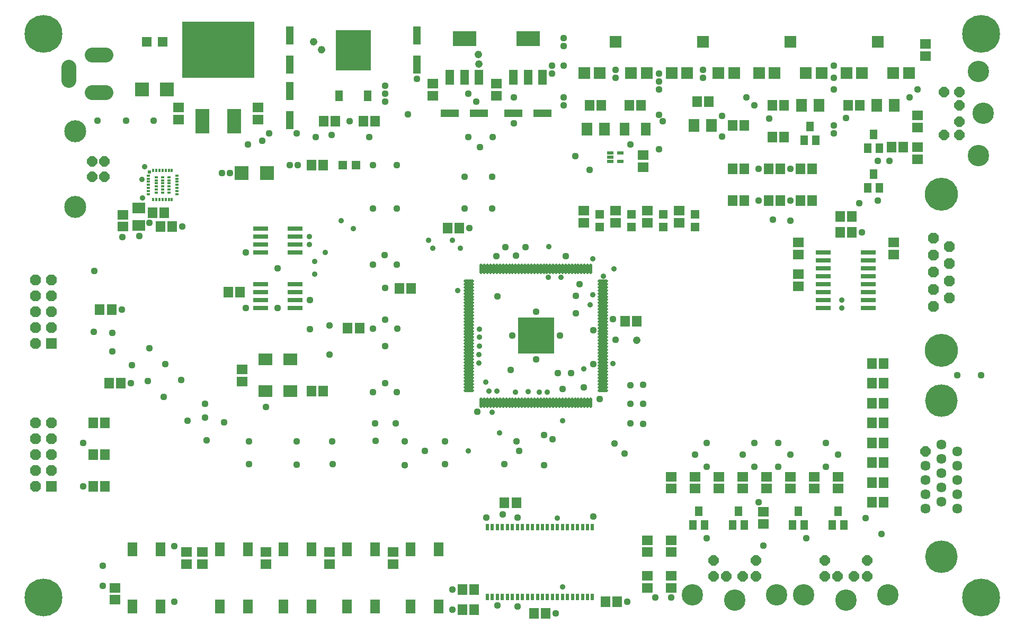
<source format=gts>
G75*
%MOIN*%
%OFA0B0*%
%FSLAX24Y24*%
%IPPOS*%
%LPD*%
%AMOC8*
5,1,8,0,0,1.08239X$1,22.5*
%
%ADD10R,0.0730X0.0730*%
%ADD11R,0.0237X0.0434*%
%ADD12OC8,0.0654*%
%ADD13C,0.1386*%
%ADD14C,0.0940*%
%ADD15OC8,0.0634*%
%ADD16C,0.1346*%
%ADD17C,0.0634*%
%ADD18C,0.2049*%
%ADD19OC8,0.0680*%
%ADD20C,0.2080*%
%ADD21C,0.0198*%
%ADD22R,0.2265X0.2265*%
%ADD23R,0.0236X0.0118*%
%ADD24R,0.0118X0.0236*%
%ADD25R,0.0197X0.0197*%
%ADD26R,0.0900X0.1580*%
%ADD27R,0.4580X0.3580*%
%ADD28R,0.0595X0.0595*%
%ADD29R,0.0474X0.1182*%
%ADD30R,0.0867X0.0867*%
%ADD31R,0.2206X0.2521*%
%ADD32R,0.0474X0.0710*%
%ADD33R,0.0671X0.0592*%
%ADD34R,0.0592X0.0671*%
%ADD35R,0.0560X0.0960*%
%ADD36R,0.1497X0.0946*%
%ADD37R,0.1182X0.0474*%
%ADD38R,0.0789X0.0710*%
%ADD39R,0.0474X0.0631*%
%ADD40R,0.0434X0.0237*%
%ADD41R,0.0631X0.0789*%
%ADD42R,0.0710X0.0789*%
%ADD43R,0.0946X0.0316*%
%ADD44R,0.0867X0.0781*%
%ADD45R,0.0680X0.0680*%
%ADD46R,0.0631X0.0907*%
%ADD47C,0.2380*%
%ADD48R,0.0552X0.0552*%
%ADD49C,0.0476*%
%ADD50C,0.0437*%
%ADD51C,0.0358*%
D10*
X036178Y035531D03*
X037162Y035531D03*
X039130Y035531D03*
X040115Y035531D03*
X041678Y035531D03*
X042662Y035531D03*
X044630Y035531D03*
X045615Y035531D03*
X047178Y035531D03*
X048162Y035531D03*
X050130Y035531D03*
X051115Y035531D03*
X052678Y035531D03*
X053662Y035531D03*
X055630Y035531D03*
X056615Y035531D03*
X054646Y037500D03*
X049146Y037500D03*
X043646Y037500D03*
X038146Y037500D03*
D11*
X036703Y006955D03*
X036388Y006955D03*
X036073Y006955D03*
X035758Y006955D03*
X035443Y006955D03*
X035128Y006955D03*
X034813Y006955D03*
X034498Y006955D03*
X034183Y006955D03*
X033869Y006955D03*
X033554Y006955D03*
X033239Y006955D03*
X032924Y006955D03*
X032609Y006955D03*
X032294Y006955D03*
X031979Y006955D03*
X031664Y006955D03*
X031349Y006955D03*
X031034Y006955D03*
X030719Y006955D03*
X030404Y006955D03*
X030089Y006955D03*
X030089Y002545D03*
X030404Y002545D03*
X030719Y002545D03*
X031034Y002545D03*
X031349Y002545D03*
X031664Y002545D03*
X031979Y002545D03*
X032294Y002545D03*
X032609Y002545D03*
X032924Y002545D03*
X033239Y002545D03*
X033554Y002545D03*
X033869Y002545D03*
X034183Y002545D03*
X034498Y002545D03*
X034813Y002545D03*
X035128Y002545D03*
X035443Y002545D03*
X035758Y002545D03*
X036073Y002545D03*
X036388Y002545D03*
X036703Y002545D03*
D12*
X006000Y029008D03*
X005213Y029008D03*
X005213Y029992D03*
X006000Y029992D03*
D13*
X004146Y031870D03*
X004146Y027130D03*
D14*
X005216Y034319D02*
X006076Y034319D01*
X003756Y035070D02*
X003756Y035930D01*
X005216Y036681D02*
X006076Y036681D01*
D15*
X057646Y011704D03*
X053985Y004831D03*
X053985Y003846D03*
X053158Y003846D03*
X052134Y003846D03*
X051307Y003846D03*
X051307Y004831D03*
X046985Y004831D03*
X046985Y003846D03*
X046158Y003846D03*
X045134Y003846D03*
X044307Y003846D03*
X044307Y004831D03*
X058815Y031661D03*
X059800Y031661D03*
X059800Y032488D03*
X059800Y033512D03*
X059800Y034339D03*
X058815Y034339D03*
D16*
X060981Y035657D03*
X061296Y033000D03*
X060981Y030343D03*
X055304Y002665D03*
X052646Y002350D03*
X049989Y002665D03*
X048304Y002665D03*
X045646Y002350D03*
X042989Y002665D03*
D17*
X057646Y008104D03*
X057646Y009004D03*
X057646Y009904D03*
X058646Y009454D03*
X059646Y009004D03*
X058646Y008554D03*
X059646Y008104D03*
X059646Y009904D03*
X058646Y010354D03*
X057646Y010804D03*
X058646Y011254D03*
X059646Y010804D03*
X059646Y011704D03*
X058646Y012154D03*
D18*
X058646Y014921D03*
X058646Y005079D03*
D19*
X058146Y020840D03*
X059146Y021380D03*
X058146Y021920D03*
X059146Y022460D03*
X058146Y023000D03*
X059146Y023540D03*
X058146Y024080D03*
X059146Y024620D03*
X058146Y025160D03*
X002646Y022500D03*
X001646Y022500D03*
X001646Y021500D03*
X001646Y020500D03*
X002646Y020500D03*
X002646Y021500D03*
X002646Y019500D03*
X001646Y019500D03*
X001646Y018500D03*
X001646Y013500D03*
X001646Y012500D03*
X002646Y012500D03*
X002646Y013500D03*
X002646Y011500D03*
X001646Y011500D03*
X001646Y010500D03*
X002646Y010500D03*
X001646Y009500D03*
D20*
X058646Y018070D03*
X058646Y027930D03*
D21*
X037595Y022445D02*
X037123Y022445D01*
X037123Y022248D02*
X037595Y022248D01*
X037595Y022051D02*
X037123Y022051D01*
X037123Y021854D02*
X037595Y021854D01*
X037595Y021657D02*
X037123Y021657D01*
X037123Y021461D02*
X037595Y021461D01*
X037595Y021264D02*
X037123Y021264D01*
X037123Y021067D02*
X037595Y021067D01*
X037595Y020870D02*
X037123Y020870D01*
X037123Y020673D02*
X037595Y020673D01*
X037595Y020476D02*
X037123Y020476D01*
X037123Y020280D02*
X037595Y020280D01*
X037595Y020083D02*
X037123Y020083D01*
X037123Y019886D02*
X037595Y019886D01*
X037595Y019689D02*
X037123Y019689D01*
X037123Y019492D02*
X037595Y019492D01*
X037595Y019295D02*
X037123Y019295D01*
X037123Y019098D02*
X037595Y019098D01*
X037595Y018902D02*
X037123Y018902D01*
X037123Y018705D02*
X037595Y018705D01*
X037595Y018508D02*
X037123Y018508D01*
X037123Y018311D02*
X037595Y018311D01*
X037595Y018114D02*
X037123Y018114D01*
X037123Y017917D02*
X037595Y017917D01*
X037595Y017720D02*
X037123Y017720D01*
X037123Y017524D02*
X037595Y017524D01*
X037595Y017327D02*
X037123Y017327D01*
X037123Y017130D02*
X037595Y017130D01*
X037595Y016933D02*
X037123Y016933D01*
X037123Y016736D02*
X037595Y016736D01*
X037595Y016539D02*
X037123Y016539D01*
X037123Y016343D02*
X037595Y016343D01*
X037595Y016146D02*
X037123Y016146D01*
X037123Y015949D02*
X037595Y015949D01*
X037595Y015752D02*
X037123Y015752D01*
X037123Y015555D02*
X037595Y015555D01*
X036591Y015023D02*
X036591Y014551D01*
X036394Y014551D02*
X036394Y015023D01*
X036197Y015023D02*
X036197Y014551D01*
X036000Y014551D02*
X036000Y015023D01*
X035804Y015023D02*
X035804Y014551D01*
X035607Y014551D02*
X035607Y015023D01*
X035410Y015023D02*
X035410Y014551D01*
X035213Y014551D02*
X035213Y015023D01*
X035016Y015023D02*
X035016Y014551D01*
X034819Y014551D02*
X034819Y015023D01*
X034622Y015023D02*
X034622Y014551D01*
X034426Y014551D02*
X034426Y015023D01*
X034229Y015023D02*
X034229Y014551D01*
X034032Y014551D02*
X034032Y015023D01*
X033835Y015023D02*
X033835Y014551D01*
X033638Y014551D02*
X033638Y015023D01*
X033441Y015023D02*
X033441Y014551D01*
X033244Y014551D02*
X033244Y015023D01*
X033048Y015023D02*
X033048Y014551D01*
X032851Y014551D02*
X032851Y015023D01*
X032654Y015023D02*
X032654Y014551D01*
X032457Y014551D02*
X032457Y015023D01*
X032260Y015023D02*
X032260Y014551D01*
X032063Y014551D02*
X032063Y015023D01*
X031867Y015023D02*
X031867Y014551D01*
X031670Y014551D02*
X031670Y015023D01*
X031473Y015023D02*
X031473Y014551D01*
X031276Y014551D02*
X031276Y015023D01*
X031079Y015023D02*
X031079Y014551D01*
X030882Y014551D02*
X030882Y015023D01*
X030685Y015023D02*
X030685Y014551D01*
X030489Y014551D02*
X030489Y015023D01*
X030292Y015023D02*
X030292Y014551D01*
X030095Y014551D02*
X030095Y015023D01*
X029898Y015023D02*
X029898Y014551D01*
X029701Y014551D02*
X029701Y015023D01*
X029169Y015555D02*
X028697Y015555D01*
X028697Y015752D02*
X029169Y015752D01*
X029169Y015949D02*
X028697Y015949D01*
X028697Y016146D02*
X029169Y016146D01*
X029169Y016343D02*
X028697Y016343D01*
X028697Y016539D02*
X029169Y016539D01*
X029169Y016736D02*
X028697Y016736D01*
X028697Y016933D02*
X029169Y016933D01*
X029169Y017130D02*
X028697Y017130D01*
X028697Y017327D02*
X029169Y017327D01*
X029169Y017524D02*
X028697Y017524D01*
X028697Y017720D02*
X029169Y017720D01*
X029169Y017917D02*
X028697Y017917D01*
X028697Y018114D02*
X029169Y018114D01*
X029169Y018311D02*
X028697Y018311D01*
X028697Y018508D02*
X029169Y018508D01*
X029169Y018705D02*
X028697Y018705D01*
X028697Y018902D02*
X029169Y018902D01*
X029169Y019098D02*
X028697Y019098D01*
X028697Y019295D02*
X029169Y019295D01*
X029169Y019492D02*
X028697Y019492D01*
X028697Y019689D02*
X029169Y019689D01*
X029169Y019886D02*
X028697Y019886D01*
X028697Y020083D02*
X029169Y020083D01*
X029169Y020280D02*
X028697Y020280D01*
X028697Y020476D02*
X029169Y020476D01*
X029169Y020673D02*
X028697Y020673D01*
X028697Y020870D02*
X029169Y020870D01*
X029169Y021067D02*
X028697Y021067D01*
X028697Y021264D02*
X029169Y021264D01*
X029169Y021461D02*
X028697Y021461D01*
X028697Y021657D02*
X029169Y021657D01*
X029169Y021854D02*
X028697Y021854D01*
X028697Y022051D02*
X029169Y022051D01*
X029169Y022248D02*
X028697Y022248D01*
X028697Y022445D02*
X029169Y022445D01*
X029701Y022977D02*
X029701Y023449D01*
X029898Y023449D02*
X029898Y022977D01*
X030095Y022977D02*
X030095Y023449D01*
X030292Y023449D02*
X030292Y022977D01*
X030489Y022977D02*
X030489Y023449D01*
X030685Y023449D02*
X030685Y022977D01*
X030882Y022977D02*
X030882Y023449D01*
X031079Y023449D02*
X031079Y022977D01*
X031276Y022977D02*
X031276Y023449D01*
X031473Y023449D02*
X031473Y022977D01*
X031670Y022977D02*
X031670Y023449D01*
X031867Y023449D02*
X031867Y022977D01*
X032063Y022977D02*
X032063Y023449D01*
X032260Y023449D02*
X032260Y022977D01*
X032457Y022977D02*
X032457Y023449D01*
X032654Y023449D02*
X032654Y022977D01*
X032851Y022977D02*
X032851Y023449D01*
X033048Y023449D02*
X033048Y022977D01*
X033244Y022977D02*
X033244Y023449D01*
X033441Y023449D02*
X033441Y022977D01*
X033638Y022977D02*
X033638Y023449D01*
X033835Y023449D02*
X033835Y022977D01*
X034032Y022977D02*
X034032Y023449D01*
X034229Y023449D02*
X034229Y022977D01*
X034426Y022977D02*
X034426Y023449D01*
X034622Y023449D02*
X034622Y022977D01*
X034819Y022977D02*
X034819Y023449D01*
X035016Y023449D02*
X035016Y022977D01*
X035213Y022977D02*
X035213Y023449D01*
X035410Y023449D02*
X035410Y022977D01*
X035607Y022977D02*
X035607Y023449D01*
X035804Y023449D02*
X035804Y022977D01*
X036000Y022977D02*
X036000Y023449D01*
X036197Y023449D02*
X036197Y022977D01*
X036394Y022977D02*
X036394Y023449D01*
X036591Y023449D02*
X036591Y022977D01*
D22*
X033146Y019000D03*
D23*
X010552Y027909D03*
X010552Y028106D03*
X010552Y028303D03*
X010552Y028500D03*
X010552Y028697D03*
X010552Y028894D03*
X010552Y029091D03*
X010040Y028992D03*
X010040Y028795D03*
X010040Y028598D03*
X010040Y028402D03*
X010040Y028205D03*
X010040Y028008D03*
X009646Y028008D03*
X009646Y028205D03*
X009646Y028402D03*
X009646Y028598D03*
X009646Y028795D03*
X009646Y028992D03*
X009252Y028992D03*
X009252Y028795D03*
X009252Y028598D03*
X009252Y028402D03*
X009252Y028205D03*
X009252Y028008D03*
X008741Y028106D03*
X008741Y027909D03*
X008741Y028303D03*
X008741Y028500D03*
X008741Y028697D03*
X008741Y028894D03*
X008741Y029091D03*
D24*
X009056Y029406D03*
X009252Y029406D03*
X009449Y029406D03*
X009646Y029406D03*
X009843Y029406D03*
X010040Y029406D03*
X010237Y029406D03*
X010237Y027594D03*
X010040Y027594D03*
X009843Y027594D03*
X009646Y027594D03*
X009449Y027594D03*
X009252Y027594D03*
X009056Y027594D03*
D25*
X008818Y029328D03*
D26*
X012146Y032500D03*
X014146Y032500D03*
D27*
X013146Y037000D03*
D28*
X009638Y037500D03*
X008654Y037500D03*
D29*
X017646Y037925D03*
X017646Y036075D03*
X017646Y034425D03*
X017646Y032575D03*
X025646Y036075D03*
X025646Y037925D03*
D30*
X016209Y029250D03*
X014634Y029250D03*
X009933Y034500D03*
X008359Y034500D03*
D31*
X021646Y036984D03*
D32*
X020748Y034110D03*
X022544Y034110D03*
D33*
X026646Y034126D03*
X026646Y034874D03*
X030646Y034874D03*
X030646Y034126D03*
X039896Y030374D03*
X039896Y029626D03*
X040146Y026874D03*
X040146Y026126D03*
X038146Y026126D03*
X038146Y026874D03*
X036146Y026874D03*
X036146Y026126D03*
X042146Y026126D03*
X042146Y026874D03*
X049646Y024874D03*
X049646Y024126D03*
X049646Y022874D03*
X049646Y022126D03*
X055646Y024126D03*
X055646Y024874D03*
X057146Y030126D03*
X057146Y030874D03*
X057146Y032126D03*
X057146Y032874D03*
X057646Y036626D03*
X057646Y037374D03*
X015646Y033374D03*
X015646Y032626D03*
X010646Y032626D03*
X010646Y033374D03*
X007146Y026624D03*
X007146Y025876D03*
X014646Y016874D03*
X014646Y016126D03*
X016146Y005374D03*
X016146Y004626D03*
X012146Y004626D03*
X012146Y005374D03*
X011146Y005374D03*
X011146Y004626D03*
X006646Y003124D03*
X006646Y002376D03*
X020146Y004626D03*
X020146Y005374D03*
X024146Y005374D03*
X024146Y004626D03*
X040146Y005376D03*
X040146Y006124D03*
X041646Y006124D03*
X041646Y005376D03*
X041646Y003874D03*
X041646Y003126D03*
X040146Y003126D03*
X040146Y003874D03*
X047463Y007161D03*
X047463Y007909D03*
X047646Y009376D03*
X047646Y010124D03*
X046146Y010124D03*
X046146Y009376D03*
X044646Y009376D03*
X044646Y010124D03*
X043146Y010124D03*
X043146Y009376D03*
X041646Y009376D03*
X041646Y010124D03*
X049146Y010124D03*
X049146Y009376D03*
X050646Y009376D03*
X050646Y010124D03*
X052146Y010124D03*
X052146Y009376D03*
D34*
X054272Y009750D03*
X055020Y009750D03*
X055020Y008500D03*
X054272Y008500D03*
X054272Y011000D03*
X055020Y011000D03*
X055020Y012250D03*
X054272Y012250D03*
X054272Y013500D03*
X055020Y013500D03*
X055020Y014750D03*
X054272Y014750D03*
X054272Y016000D03*
X055020Y016000D03*
X055020Y017250D03*
X054272Y017250D03*
X053020Y025500D03*
X052272Y025500D03*
X052272Y026500D03*
X053020Y026500D03*
X050520Y027500D03*
X049772Y027500D03*
X048520Y027500D03*
X047772Y027500D03*
X046270Y027500D03*
X045522Y027500D03*
X045522Y029500D03*
X046270Y029500D03*
X047772Y029500D03*
X048520Y029500D03*
X049772Y029500D03*
X050520Y029500D03*
X048770Y031500D03*
X048022Y031500D03*
X046270Y032250D03*
X045522Y032250D03*
X048022Y033500D03*
X048770Y033500D03*
X052772Y033500D03*
X053520Y033500D03*
X055516Y030886D03*
X056264Y030886D03*
X044020Y033750D03*
X043272Y033750D03*
X039770Y033500D03*
X039022Y033500D03*
X037270Y033500D03*
X036522Y033500D03*
X028323Y025776D03*
X027575Y025776D03*
X025298Y021994D03*
X024550Y021994D03*
X022048Y019488D03*
X021300Y019488D03*
X019770Y015500D03*
X019022Y015500D03*
X014520Y021750D03*
X013772Y021750D03*
X010270Y025888D03*
X009522Y025888D03*
X009770Y026750D03*
X009022Y026750D03*
X006447Y020634D03*
X005699Y020634D03*
X006272Y016000D03*
X007020Y016000D03*
X006020Y013500D03*
X005272Y013500D03*
X005272Y011500D03*
X006020Y011500D03*
X006020Y009500D03*
X005272Y009500D03*
X028522Y003000D03*
X029270Y003000D03*
X029270Y001750D03*
X028522Y001750D03*
X033022Y001500D03*
X033770Y001500D03*
X037522Y002250D03*
X038270Y002250D03*
X031916Y008470D03*
X031168Y008470D03*
X038752Y019913D03*
X039500Y019913D03*
X019770Y029750D03*
X019022Y029750D03*
X019772Y032500D03*
X020520Y032500D03*
X022272Y032500D03*
X023020Y032500D03*
D35*
X027736Y035280D03*
X028646Y035280D03*
X029556Y035280D03*
X031736Y035280D03*
X032646Y035280D03*
X033556Y035280D03*
D36*
X032646Y037720D03*
X028646Y037720D03*
D37*
X027721Y033000D03*
X029571Y033000D03*
X031721Y033000D03*
X033571Y033000D03*
D38*
X008146Y027051D03*
X008146Y025949D03*
D39*
X043396Y007933D03*
X043022Y007067D03*
X043770Y007067D03*
X045522Y007067D03*
X046270Y007067D03*
X045896Y007933D03*
X049272Y007067D03*
X050020Y007067D03*
X049646Y007933D03*
X051772Y007067D03*
X052520Y007067D03*
X052146Y007933D03*
X054022Y028317D03*
X054770Y028317D03*
X054396Y029183D03*
X054022Y030817D03*
X054770Y030817D03*
X054396Y031683D03*
X050770Y031317D03*
X050022Y031317D03*
X050396Y032183D03*
D40*
X038461Y030506D03*
X038461Y029994D03*
X037831Y029994D03*
X037831Y030250D03*
X037831Y030506D03*
D41*
X038727Y032000D03*
X040065Y032000D03*
D42*
X037447Y032000D03*
X036345Y032000D03*
X043095Y032250D03*
X044197Y032250D03*
X049845Y033500D03*
X050947Y033500D03*
X054595Y033500D03*
X055697Y033500D03*
D43*
X054063Y024250D03*
X054063Y023750D03*
X054063Y023250D03*
X054063Y022750D03*
X054063Y022250D03*
X054063Y021750D03*
X054063Y021250D03*
X054063Y020750D03*
X051229Y020750D03*
X051229Y021250D03*
X051229Y021750D03*
X051229Y022250D03*
X051229Y022750D03*
X051229Y023250D03*
X051229Y023750D03*
X051229Y024250D03*
X017979Y024250D03*
X017979Y024750D03*
X017979Y025250D03*
X017979Y025750D03*
X015813Y025750D03*
X015813Y025250D03*
X015813Y024750D03*
X015813Y024250D03*
X015813Y022250D03*
X015813Y021750D03*
X015813Y021250D03*
X015813Y020750D03*
X017979Y020750D03*
X017979Y021250D03*
X017979Y021750D03*
X017979Y022250D03*
D44*
X017683Y017500D03*
X016109Y017500D03*
X016109Y015500D03*
X017683Y015500D03*
D45*
X002646Y018500D03*
X002646Y009500D03*
D46*
X007760Y005541D03*
X009532Y005541D03*
X013260Y005541D03*
X015032Y005541D03*
X017260Y005541D03*
X019032Y005541D03*
X021260Y005541D03*
X023032Y005541D03*
X025260Y005541D03*
X027032Y005541D03*
X027032Y001959D03*
X025260Y001959D03*
X023032Y001959D03*
X021260Y001959D03*
X019032Y001959D03*
X017260Y001959D03*
X015032Y001959D03*
X013260Y001959D03*
X009532Y001959D03*
X007760Y001959D03*
D47*
X002146Y002500D03*
X002146Y038000D03*
X061146Y038000D03*
X061146Y002500D03*
D48*
X043146Y025837D03*
X043146Y026663D03*
X041146Y026663D03*
X041146Y025837D03*
X039146Y025837D03*
X039146Y026663D03*
X037146Y026663D03*
X037146Y025837D03*
X021809Y029750D03*
X020983Y029750D03*
D49*
X029556Y036130D03*
X029516Y036701D03*
X019646Y037000D03*
X019146Y037500D03*
X039477Y018728D03*
D50*
X038146Y018750D03*
X036741Y019358D03*
X037979Y020059D03*
X035658Y020402D03*
X035658Y021524D03*
X035896Y022250D03*
X033146Y020500D03*
X031646Y019000D03*
X033146Y017500D03*
X034516Y016642D03*
X035363Y016642D03*
X034811Y015632D03*
X036146Y015750D03*
X037146Y015000D03*
X039075Y014715D03*
X039898Y014711D03*
X039878Y015898D03*
X039075Y015886D03*
X036760Y017213D03*
X034646Y019000D03*
X031544Y016858D03*
X029461Y014205D03*
X027412Y012331D03*
X026146Y011750D03*
X024890Y012350D03*
X023040Y012390D03*
X023020Y013492D03*
X024306Y013484D03*
X024396Y015461D03*
X023646Y015998D03*
X022896Y015461D03*
X020166Y017821D03*
X018926Y019398D03*
X020166Y019634D03*
X018906Y021248D03*
X016896Y020750D03*
X014896Y020750D03*
X016896Y023250D03*
X014896Y024250D03*
X010874Y025874D03*
X008827Y026110D03*
X008178Y025283D03*
X007134Y025224D03*
X005343Y023094D03*
X007073Y020634D03*
X005337Y019250D03*
X006491Y019177D03*
X006496Y018020D03*
X007707Y017132D03*
X007646Y016000D03*
X008707Y016132D03*
X009707Y015132D03*
X010809Y016226D03*
X009809Y017226D03*
X008809Y018220D03*
X012309Y014726D03*
X012311Y013846D03*
X011207Y013632D03*
X012433Y012429D03*
X013526Y013533D03*
X015085Y012343D03*
X015091Y010907D03*
X018091Y010888D03*
X018085Y012343D03*
X020335Y012343D03*
X020361Y010907D03*
X024890Y010860D03*
X027412Y010900D03*
X031162Y010900D03*
X032075Y011740D03*
X031912Y012331D03*
X033646Y012750D03*
X034201Y012488D03*
X033646Y010837D03*
X038075Y012215D03*
X038717Y011587D03*
X039075Y013465D03*
X039878Y013457D03*
X043146Y011500D03*
X043896Y010750D03*
X043896Y012250D03*
X046146Y011500D03*
X046896Y010750D03*
X048396Y010750D03*
X049146Y011500D03*
X048396Y012250D03*
X046896Y012250D03*
X051396Y012250D03*
X052146Y011500D03*
X051396Y010750D03*
X047146Y008500D03*
X050146Y006250D03*
X047469Y005795D03*
X043896Y006250D03*
X041646Y002500D03*
X040646Y002500D03*
X038896Y002250D03*
X034396Y001500D03*
X031977Y001951D03*
X030725Y002000D03*
X027896Y001750D03*
X027896Y003000D03*
X030008Y007547D03*
X031050Y007742D03*
X031977Y007547D03*
X036760Y007606D03*
X023646Y018362D03*
X022876Y019461D03*
X023646Y020000D03*
X024416Y019461D03*
X023646Y022000D03*
X024376Y023494D03*
X023630Y024093D03*
X022876Y023494D03*
X022896Y027000D03*
X024396Y027000D03*
X028646Y027000D03*
X028945Y025776D03*
X030396Y027000D03*
X030396Y029000D03*
X028646Y029000D03*
X029634Y030874D03*
X030422Y031524D03*
X031741Y032370D03*
X029396Y033750D03*
X028896Y034250D03*
X031741Y034004D03*
X034146Y035500D03*
X034146Y036000D03*
X034896Y036000D03*
X034896Y037250D03*
X034896Y037750D03*
X038146Y035750D03*
X038146Y035250D03*
X034896Y034000D03*
X034896Y033500D03*
X039083Y031051D03*
X040896Y030750D03*
X041130Y032528D03*
X040894Y032921D03*
X040896Y034500D03*
X040896Y035000D03*
X040896Y035500D03*
X043646Y035250D03*
X043646Y035750D03*
X046396Y034000D03*
X046890Y033508D03*
X047823Y032685D03*
X044870Y032862D03*
X044870Y031543D03*
X047146Y029500D03*
X049146Y029500D03*
X049146Y027500D03*
X049146Y026250D03*
X048040Y026327D03*
X047146Y027500D03*
X053473Y027350D03*
X054646Y027500D03*
X053646Y025500D03*
X054646Y030000D03*
X055396Y030000D03*
X052666Y032697D03*
X051896Y032250D03*
X051896Y031750D03*
X051896Y034500D03*
X051896Y035250D03*
X051896Y036000D03*
X056646Y034000D03*
X057146Y034500D03*
X036508Y029441D03*
X035613Y030329D03*
X028886Y031504D03*
X025087Y032961D03*
X023646Y033750D03*
X023646Y034250D03*
X023646Y034750D03*
X025638Y035185D03*
X021426Y032528D03*
X020304Y031661D03*
X019280Y031504D03*
X018099Y031740D03*
X016367Y031740D03*
X015933Y031268D03*
X015028Y031031D03*
X013896Y029250D03*
X013396Y029250D03*
X017646Y029750D03*
X018146Y029750D03*
X022896Y029750D03*
X024396Y029750D03*
X022658Y031504D03*
X031229Y024594D03*
X030646Y024000D03*
X031890Y024039D03*
X032489Y024594D03*
X035028Y024004D03*
X030737Y021465D03*
X016146Y014500D03*
X004646Y012250D03*
X004646Y009500D03*
X010396Y005750D03*
X005896Y004500D03*
X005896Y003250D03*
X010396Y002250D03*
X053896Y007500D03*
X054896Y006500D03*
X059646Y016500D03*
X061146Y016500D03*
X009083Y032547D03*
X007351Y032547D03*
X005559Y032547D03*
D51*
X008532Y029634D03*
X008355Y028846D03*
X008374Y027691D03*
X018896Y025250D03*
X018896Y024750D03*
X019896Y024250D03*
X019227Y023671D03*
X019227Y022864D03*
X021646Y025750D03*
X020896Y026250D03*
X026396Y025000D03*
X026646Y024500D03*
X027896Y025000D03*
X028396Y024500D03*
X028237Y021858D03*
X029575Y019398D03*
X029575Y018906D03*
X029575Y018335D03*
X029556Y017803D03*
X029556Y017291D03*
X029981Y016065D03*
X030195Y015506D03*
X030678Y015520D03*
X031859Y015441D03*
X032666Y015480D03*
X033355Y015461D03*
X033847Y015461D03*
X034811Y013650D03*
X030845Y012890D03*
X030394Y014193D03*
X028902Y011752D03*
X034496Y007508D03*
X034811Y003177D03*
X036150Y016898D03*
X037981Y017232D03*
X036544Y020953D03*
X036721Y021583D03*
X037396Y022750D03*
X038040Y023197D03*
X036721Y023846D03*
X034733Y022685D03*
X033926Y022685D03*
X033945Y024614D03*
X052396Y021250D03*
X052396Y020750D03*
M02*

</source>
